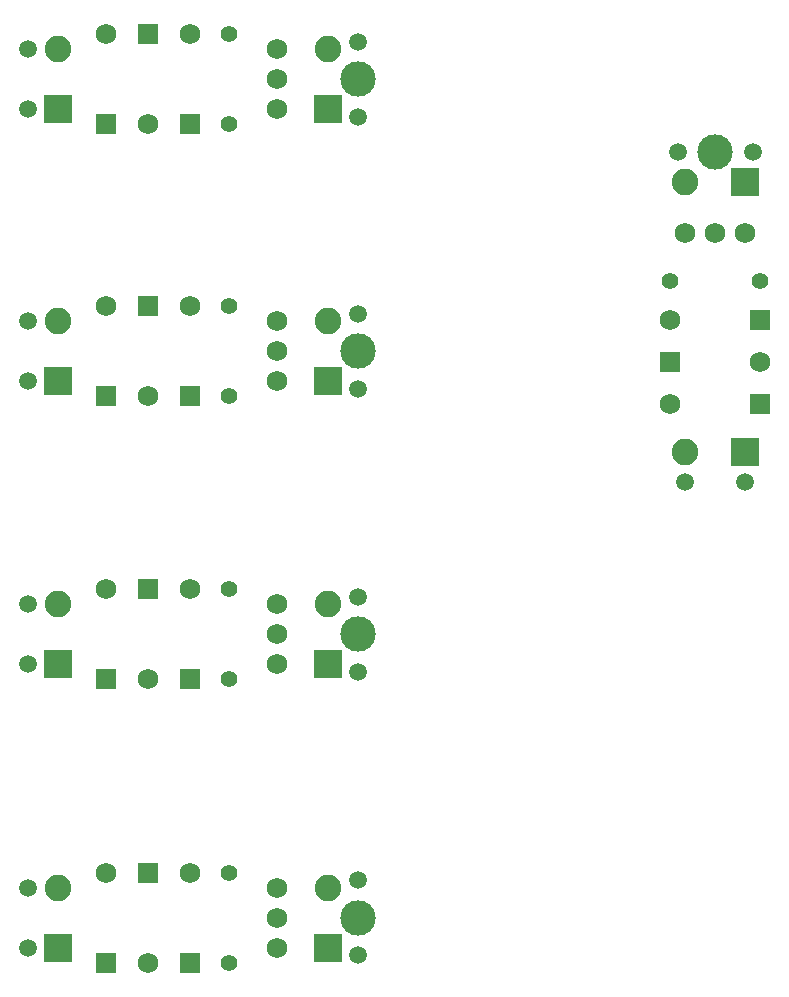
<source format=gbs>
G04 (created by PCBNEW (2013-jul-07)-stable) date Sun 15 Mar 2015 20:22:26 GMT*
%MOIN*%
G04 Gerber Fmt 3.4, Leading zero omitted, Abs format*
%FSLAX34Y34*%
G01*
G70*
G90*
G04 APERTURE LIST*
%ADD10C,0.00590551*%
%ADD11C,0.055*%
%ADD12C,0.0885827*%
%ADD13R,0.0944882X0.0944882*%
%ADD14C,0.0590551*%
%ADD15C,0.11811*%
%ADD16C,0.0688976*%
%ADD17R,0.0688976X0.0688976*%
G04 APERTURE END LIST*
G54D10*
G54D11*
X99417Y-66091D03*
X102417Y-66091D03*
G54D12*
X99917Y-71791D03*
G54D13*
X101917Y-71791D03*
G54D14*
X99917Y-72791D03*
X101917Y-72791D03*
G54D12*
X99917Y-62791D03*
G54D13*
X101917Y-62791D03*
G54D14*
X99667Y-61791D03*
X102167Y-61791D03*
G54D15*
X100917Y-61791D03*
G54D16*
X100917Y-64491D03*
X101917Y-64491D03*
X99917Y-64491D03*
G54D17*
X102417Y-70191D03*
G54D16*
X99417Y-70191D03*
G54D17*
X99417Y-68791D03*
G54D16*
X102417Y-68791D03*
X99417Y-67391D03*
G54D17*
X102417Y-67391D03*
G54D16*
X83396Y-85834D03*
G54D17*
X83396Y-88834D03*
X81996Y-85834D03*
G54D16*
X81996Y-88834D03*
G54D17*
X80596Y-88834D03*
G54D16*
X80596Y-85834D03*
X86296Y-87334D03*
X86296Y-88334D03*
X86296Y-86334D03*
G54D12*
X87996Y-86334D03*
G54D13*
X87996Y-88334D03*
G54D14*
X88996Y-86084D03*
X88996Y-88584D03*
G54D15*
X88996Y-87334D03*
G54D12*
X78996Y-86334D03*
G54D13*
X78996Y-88334D03*
G54D14*
X77996Y-86334D03*
X77996Y-88334D03*
G54D11*
X84696Y-85834D03*
X84696Y-88834D03*
X84696Y-76385D03*
X84696Y-79385D03*
G54D12*
X78996Y-76885D03*
G54D13*
X78996Y-78885D03*
G54D14*
X77996Y-76885D03*
X77996Y-78885D03*
G54D12*
X87996Y-76885D03*
G54D13*
X87996Y-78885D03*
G54D14*
X88996Y-76635D03*
X88996Y-79135D03*
G54D15*
X88996Y-77885D03*
G54D16*
X86296Y-77885D03*
X86296Y-78885D03*
X86296Y-76885D03*
G54D17*
X80596Y-79385D03*
G54D16*
X80596Y-76385D03*
G54D17*
X81996Y-76385D03*
G54D16*
X81996Y-79385D03*
X83396Y-76385D03*
G54D17*
X83396Y-79385D03*
G54D16*
X83396Y-66937D03*
G54D17*
X83396Y-69937D03*
X81996Y-66937D03*
G54D16*
X81996Y-69937D03*
G54D17*
X80596Y-69937D03*
G54D16*
X80596Y-66937D03*
X86296Y-68437D03*
X86296Y-69437D03*
X86296Y-67437D03*
G54D12*
X87996Y-67437D03*
G54D13*
X87996Y-69437D03*
G54D14*
X88996Y-67187D03*
X88996Y-69687D03*
G54D15*
X88996Y-68437D03*
G54D12*
X78996Y-67437D03*
G54D13*
X78996Y-69437D03*
G54D14*
X77996Y-67437D03*
X77996Y-69437D03*
G54D11*
X84696Y-66937D03*
X84696Y-69937D03*
X84696Y-57881D03*
X84696Y-60881D03*
G54D12*
X78996Y-58381D03*
G54D13*
X78996Y-60381D03*
G54D14*
X77996Y-58381D03*
X77996Y-60381D03*
G54D12*
X87996Y-58381D03*
G54D13*
X87996Y-60381D03*
G54D14*
X88996Y-58131D03*
X88996Y-60631D03*
G54D15*
X88996Y-59381D03*
G54D16*
X86296Y-59381D03*
X86296Y-60381D03*
X86296Y-58381D03*
G54D17*
X80596Y-60881D03*
G54D16*
X80596Y-57881D03*
G54D17*
X81996Y-57881D03*
G54D16*
X81996Y-60881D03*
X83396Y-57881D03*
G54D17*
X83396Y-60881D03*
M02*

</source>
